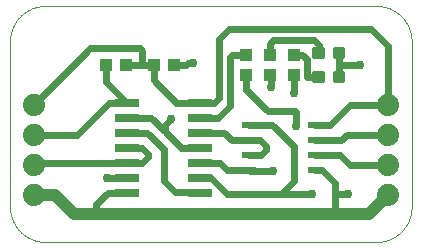
<source format=gtl>
G75*
%MOIN*%
%OFA0B0*%
%FSLAX25Y25*%
%IPPOS*%
%LPD*%
%AMOC8*
5,1,8,0,0,1.08239X$1,22.5*
%
%ADD10C,0.00000*%
%ADD11C,0.01181*%
%ADD12R,0.08000X0.02600*%
%ADD13C,0.07400*%
%ADD14R,0.04331X0.03937*%
%ADD15R,0.03937X0.04331*%
%ADD16R,0.04724X0.02362*%
%ADD17C,0.03937*%
%ADD18C,0.02362*%
%ADD19C,0.02978*%
D10*
X0013997Y0001000D02*
X0124233Y0001000D01*
X0124518Y0001003D01*
X0124804Y0001014D01*
X0125089Y0001031D01*
X0125373Y0001055D01*
X0125657Y0001086D01*
X0125940Y0001124D01*
X0126221Y0001169D01*
X0126502Y0001220D01*
X0126782Y0001278D01*
X0127060Y0001343D01*
X0127336Y0001415D01*
X0127610Y0001493D01*
X0127883Y0001578D01*
X0128153Y0001670D01*
X0128421Y0001768D01*
X0128687Y0001872D01*
X0128950Y0001983D01*
X0129210Y0002100D01*
X0129468Y0002223D01*
X0129722Y0002353D01*
X0129973Y0002489D01*
X0130221Y0002630D01*
X0130465Y0002778D01*
X0130706Y0002931D01*
X0130942Y0003091D01*
X0131175Y0003256D01*
X0131404Y0003426D01*
X0131629Y0003602D01*
X0131849Y0003784D01*
X0132065Y0003970D01*
X0132276Y0004162D01*
X0132483Y0004359D01*
X0132685Y0004561D01*
X0132882Y0004768D01*
X0133074Y0004979D01*
X0133260Y0005195D01*
X0133442Y0005415D01*
X0133618Y0005640D01*
X0133788Y0005869D01*
X0133953Y0006102D01*
X0134113Y0006338D01*
X0134266Y0006579D01*
X0134414Y0006823D01*
X0134555Y0007071D01*
X0134691Y0007322D01*
X0134821Y0007576D01*
X0134944Y0007834D01*
X0135061Y0008094D01*
X0135172Y0008357D01*
X0135276Y0008623D01*
X0135374Y0008891D01*
X0135466Y0009161D01*
X0135551Y0009434D01*
X0135629Y0009708D01*
X0135701Y0009984D01*
X0135766Y0010262D01*
X0135824Y0010542D01*
X0135875Y0010823D01*
X0135920Y0011104D01*
X0135958Y0011387D01*
X0135989Y0011671D01*
X0136013Y0011955D01*
X0136030Y0012240D01*
X0136041Y0012526D01*
X0136044Y0012811D01*
X0136044Y0067929D01*
X0136041Y0068214D01*
X0136030Y0068500D01*
X0136013Y0068785D01*
X0135989Y0069069D01*
X0135958Y0069353D01*
X0135920Y0069636D01*
X0135875Y0069917D01*
X0135824Y0070198D01*
X0135766Y0070478D01*
X0135701Y0070756D01*
X0135629Y0071032D01*
X0135551Y0071306D01*
X0135466Y0071579D01*
X0135374Y0071849D01*
X0135276Y0072117D01*
X0135172Y0072383D01*
X0135061Y0072646D01*
X0134944Y0072906D01*
X0134821Y0073164D01*
X0134691Y0073418D01*
X0134555Y0073669D01*
X0134414Y0073917D01*
X0134266Y0074161D01*
X0134113Y0074402D01*
X0133953Y0074638D01*
X0133788Y0074871D01*
X0133618Y0075100D01*
X0133442Y0075325D01*
X0133260Y0075545D01*
X0133074Y0075761D01*
X0132882Y0075972D01*
X0132685Y0076179D01*
X0132483Y0076381D01*
X0132276Y0076578D01*
X0132065Y0076770D01*
X0131849Y0076956D01*
X0131629Y0077138D01*
X0131404Y0077314D01*
X0131175Y0077484D01*
X0130942Y0077649D01*
X0130706Y0077809D01*
X0130465Y0077962D01*
X0130221Y0078110D01*
X0129973Y0078251D01*
X0129722Y0078387D01*
X0129468Y0078517D01*
X0129210Y0078640D01*
X0128950Y0078757D01*
X0128687Y0078868D01*
X0128421Y0078972D01*
X0128153Y0079070D01*
X0127883Y0079162D01*
X0127610Y0079247D01*
X0127336Y0079325D01*
X0127060Y0079397D01*
X0126782Y0079462D01*
X0126502Y0079520D01*
X0126221Y0079571D01*
X0125940Y0079616D01*
X0125657Y0079654D01*
X0125373Y0079685D01*
X0125089Y0079709D01*
X0124804Y0079726D01*
X0124518Y0079737D01*
X0124233Y0079740D01*
X0013997Y0079740D01*
X0013712Y0079737D01*
X0013426Y0079726D01*
X0013141Y0079709D01*
X0012857Y0079685D01*
X0012573Y0079654D01*
X0012290Y0079616D01*
X0012009Y0079571D01*
X0011728Y0079520D01*
X0011448Y0079462D01*
X0011170Y0079397D01*
X0010894Y0079325D01*
X0010620Y0079247D01*
X0010347Y0079162D01*
X0010077Y0079070D01*
X0009809Y0078972D01*
X0009543Y0078868D01*
X0009280Y0078757D01*
X0009020Y0078640D01*
X0008762Y0078517D01*
X0008508Y0078387D01*
X0008257Y0078251D01*
X0008009Y0078110D01*
X0007765Y0077962D01*
X0007524Y0077809D01*
X0007288Y0077649D01*
X0007055Y0077484D01*
X0006826Y0077314D01*
X0006601Y0077138D01*
X0006381Y0076956D01*
X0006165Y0076770D01*
X0005954Y0076578D01*
X0005747Y0076381D01*
X0005545Y0076179D01*
X0005348Y0075972D01*
X0005156Y0075761D01*
X0004970Y0075545D01*
X0004788Y0075325D01*
X0004612Y0075100D01*
X0004442Y0074871D01*
X0004277Y0074638D01*
X0004117Y0074402D01*
X0003964Y0074161D01*
X0003816Y0073917D01*
X0003675Y0073669D01*
X0003539Y0073418D01*
X0003409Y0073164D01*
X0003286Y0072906D01*
X0003169Y0072646D01*
X0003058Y0072383D01*
X0002954Y0072117D01*
X0002856Y0071849D01*
X0002764Y0071579D01*
X0002679Y0071306D01*
X0002601Y0071032D01*
X0002529Y0070756D01*
X0002464Y0070478D01*
X0002406Y0070198D01*
X0002355Y0069917D01*
X0002310Y0069636D01*
X0002272Y0069353D01*
X0002241Y0069069D01*
X0002217Y0068785D01*
X0002200Y0068500D01*
X0002189Y0068214D01*
X0002186Y0067929D01*
X0002186Y0012811D01*
X0002189Y0012526D01*
X0002200Y0012240D01*
X0002217Y0011955D01*
X0002241Y0011671D01*
X0002272Y0011387D01*
X0002310Y0011104D01*
X0002355Y0010823D01*
X0002406Y0010542D01*
X0002464Y0010262D01*
X0002529Y0009984D01*
X0002601Y0009708D01*
X0002679Y0009434D01*
X0002764Y0009161D01*
X0002856Y0008891D01*
X0002954Y0008623D01*
X0003058Y0008357D01*
X0003169Y0008094D01*
X0003286Y0007834D01*
X0003409Y0007576D01*
X0003539Y0007322D01*
X0003675Y0007071D01*
X0003816Y0006823D01*
X0003964Y0006579D01*
X0004117Y0006338D01*
X0004277Y0006102D01*
X0004442Y0005869D01*
X0004612Y0005640D01*
X0004788Y0005415D01*
X0004970Y0005195D01*
X0005156Y0004979D01*
X0005348Y0004768D01*
X0005545Y0004561D01*
X0005747Y0004359D01*
X0005954Y0004162D01*
X0006165Y0003970D01*
X0006381Y0003784D01*
X0006601Y0003602D01*
X0006826Y0003426D01*
X0007055Y0003256D01*
X0007288Y0003091D01*
X0007524Y0002931D01*
X0007765Y0002778D01*
X0008009Y0002630D01*
X0008257Y0002489D01*
X0008508Y0002353D01*
X0008762Y0002223D01*
X0009020Y0002100D01*
X0009280Y0001983D01*
X0009543Y0001872D01*
X0009809Y0001768D01*
X0010077Y0001670D01*
X0010347Y0001578D01*
X0010620Y0001493D01*
X0010894Y0001415D01*
X0011170Y0001343D01*
X0011448Y0001278D01*
X0011728Y0001220D01*
X0012009Y0001169D01*
X0012290Y0001124D01*
X0012573Y0001086D01*
X0012857Y0001055D01*
X0013141Y0001031D01*
X0013426Y0001014D01*
X0013712Y0001003D01*
X0013997Y0001000D01*
D11*
X0103654Y0054740D02*
X0103654Y0057496D01*
X0106410Y0057496D01*
X0106410Y0054740D01*
X0103654Y0054740D01*
X0103654Y0055862D02*
X0106410Y0055862D01*
X0106410Y0056984D02*
X0103654Y0056984D01*
X0110560Y0057496D02*
X0110560Y0054740D01*
X0110560Y0057496D02*
X0113316Y0057496D01*
X0113316Y0054740D01*
X0110560Y0054740D01*
X0110560Y0055862D02*
X0113316Y0055862D01*
X0113316Y0056984D02*
X0110560Y0056984D01*
X0110560Y0062614D02*
X0110560Y0065370D01*
X0113316Y0065370D01*
X0113316Y0062614D01*
X0110560Y0062614D01*
X0110560Y0063736D02*
X0113316Y0063736D01*
X0113316Y0064858D02*
X0110560Y0064858D01*
X0103654Y0065370D02*
X0103654Y0062614D01*
X0103654Y0065370D02*
X0106410Y0065370D01*
X0106410Y0062614D01*
X0103654Y0062614D01*
X0103654Y0063736D02*
X0106410Y0063736D01*
X0106410Y0064858D02*
X0103654Y0064858D01*
D12*
X0065467Y0047496D03*
X0065467Y0042496D03*
X0065467Y0037496D03*
X0065467Y0032496D03*
X0065467Y0027496D03*
X0065467Y0022496D03*
X0065467Y0017496D03*
X0041267Y0017496D03*
X0041267Y0022496D03*
X0041267Y0027496D03*
X0041267Y0032496D03*
X0041267Y0037496D03*
X0041267Y0042496D03*
X0041267Y0047496D03*
D13*
X0010060Y0046748D03*
X0010060Y0036748D03*
X0010060Y0026748D03*
X0010060Y0016748D03*
X0128170Y0016748D03*
X0128170Y0026748D03*
X0128170Y0036748D03*
X0128170Y0046748D03*
D14*
X0056714Y0060055D03*
X0050021Y0060055D03*
X0040966Y0060055D03*
X0034273Y0060055D03*
D15*
X0080926Y0056709D03*
X0088800Y0056709D03*
X0096674Y0056709D03*
X0096674Y0063402D03*
X0088800Y0063402D03*
X0080926Y0063402D03*
D16*
X0081714Y0039996D03*
X0081714Y0034996D03*
X0081714Y0029996D03*
X0081714Y0024996D03*
X0103761Y0024996D03*
X0103761Y0029996D03*
X0103761Y0034996D03*
X0103761Y0039996D03*
D17*
X0128170Y0016748D02*
X0121871Y0010449D01*
X0110454Y0010449D01*
X0030926Y0010449D01*
X0023446Y0010449D01*
X0017147Y0016748D01*
X0010060Y0016748D01*
D18*
X0010060Y0026748D02*
X0010808Y0027496D01*
X0041267Y0027496D01*
X0041385Y0027378D01*
X0046280Y0027378D01*
X0048249Y0029346D01*
X0048249Y0030528D01*
X0046280Y0032496D01*
X0041267Y0032496D01*
X0041267Y0037496D02*
X0047973Y0037496D01*
X0053367Y0032102D01*
X0053367Y0021472D01*
X0057304Y0017535D01*
X0065428Y0017535D01*
X0065467Y0017496D01*
X0065467Y0022496D02*
X0069273Y0022496D01*
X0074627Y0017142D01*
X0092343Y0017142D01*
X0102973Y0017142D01*
X0110454Y0017142D02*
X0114784Y0017142D01*
X0110454Y0017142D02*
X0110454Y0010449D01*
X0110454Y0017142D02*
X0110454Y0020685D01*
X0106143Y0024996D01*
X0103761Y0024996D01*
X0096674Y0021472D02*
X0096674Y0032890D01*
X0089568Y0039996D01*
X0081714Y0039996D01*
X0081714Y0034996D02*
X0076064Y0034996D01*
X0073564Y0037496D01*
X0065467Y0037496D01*
X0065467Y0032496D02*
X0059273Y0032496D01*
X0053761Y0038008D01*
X0053761Y0039976D01*
X0055729Y0041945D01*
X0053761Y0038008D02*
X0049273Y0042496D01*
X0041267Y0042496D01*
X0041267Y0047496D02*
X0035296Y0047496D01*
X0024548Y0036748D01*
X0010060Y0036748D01*
X0010060Y0046748D02*
X0028879Y0065567D01*
X0045493Y0065567D01*
X0046280Y0064780D01*
X0046280Y0060055D01*
X0050021Y0060055D01*
X0050021Y0055134D01*
X0057658Y0047496D01*
X0065467Y0047496D01*
X0070336Y0047496D01*
X0071871Y0049031D01*
X0071871Y0068717D01*
X0075021Y0071866D01*
X0122658Y0071866D01*
X0128170Y0066354D01*
X0128170Y0046748D01*
X0115651Y0046748D01*
X0108899Y0039996D01*
X0103761Y0039996D01*
X0097462Y0039583D02*
X0097462Y0044307D01*
X0097068Y0044701D01*
X0088013Y0044701D01*
X0080926Y0051787D01*
X0080926Y0056709D01*
X0088800Y0056709D02*
X0089194Y0056315D01*
X0089194Y0052575D01*
X0096674Y0050606D02*
X0096674Y0056709D01*
X0101005Y0056118D02*
X0105032Y0056118D01*
X0101005Y0056118D02*
X0101005Y0062024D01*
X0099627Y0063402D01*
X0096674Y0063402D01*
X0088800Y0063402D02*
X0088800Y0067142D01*
X0089981Y0068323D01*
X0103367Y0068323D01*
X0105032Y0066657D01*
X0105032Y0063992D01*
X0111938Y0063992D02*
X0111938Y0060055D01*
X0118721Y0060055D01*
X0111938Y0060055D02*
X0111938Y0056118D01*
X0080926Y0063402D02*
X0076005Y0063402D01*
X0075414Y0062811D01*
X0075414Y0046276D01*
X0071635Y0042496D01*
X0065467Y0042496D01*
X0081714Y0034996D02*
X0085513Y0034996D01*
X0087619Y0032890D01*
X0087619Y0031709D01*
X0085906Y0029996D01*
X0081714Y0029996D01*
X0081714Y0024996D02*
X0074647Y0024996D01*
X0072147Y0027496D01*
X0065467Y0027496D01*
X0081714Y0024996D02*
X0082088Y0024622D01*
X0089981Y0024622D01*
X0096674Y0021472D02*
X0092343Y0017142D01*
X0103761Y0029996D02*
X0112166Y0029996D01*
X0115414Y0026748D01*
X0128170Y0026748D01*
X0114391Y0036827D02*
X0112560Y0034996D01*
X0103761Y0034996D01*
X0114391Y0036827D02*
X0128091Y0036827D01*
X0128170Y0036748D01*
X0063210Y0060843D02*
X0061635Y0060843D01*
X0060847Y0060055D01*
X0056714Y0060055D01*
X0046280Y0060055D02*
X0040966Y0060055D01*
X0034273Y0060055D02*
X0034273Y0054491D01*
X0041267Y0047496D01*
X0041267Y0022496D02*
X0034706Y0022496D01*
X0034469Y0022260D01*
X0034824Y0017496D02*
X0030926Y0013598D01*
X0030926Y0010449D01*
X0034824Y0017496D02*
X0041267Y0017496D01*
D19*
X0034469Y0022260D03*
X0055729Y0041945D03*
X0063210Y0060843D03*
X0089194Y0052575D03*
X0096674Y0050606D03*
X0097462Y0039583D03*
X0089981Y0024622D03*
X0102973Y0017142D03*
X0114784Y0017142D03*
X0118721Y0060055D03*
M02*

</source>
